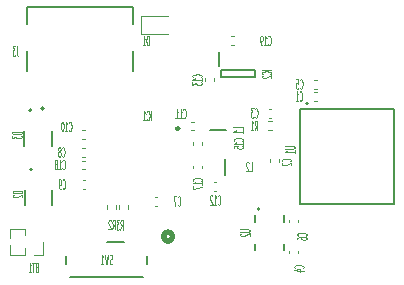
<source format=gbr>
%TF.GenerationSoftware,KiCad,Pcbnew,8.0.2-1*%
%TF.CreationDate,2024-06-13T15:22:41+09:00*%
%TF.ProjectId,eeg,6565672e-6b69-4636-9164-5f7063625858,rev?*%
%TF.SameCoordinates,Original*%
%TF.FileFunction,Legend,Bot*%
%TF.FilePolarity,Positive*%
%FSLAX46Y46*%
G04 Gerber Fmt 4.6, Leading zero omitted, Abs format (unit mm)*
G04 Created by KiCad (PCBNEW 8.0.2-1) date 2024-06-13 15:22:41*
%MOMM*%
%LPD*%
G01*
G04 APERTURE LIST*
%ADD10C,0.080000*%
%ADD11C,0.508000*%
%ADD12C,0.152400*%
%ADD13C,0.200000*%
%ADD14C,0.127000*%
%ADD15C,0.250000*%
%ADD16C,0.120000*%
%ADD17C,0.150000*%
G04 APERTURE END LIST*
D10*
X142365266Y-109727840D02*
X142315266Y-109765935D01*
X142315266Y-109765935D02*
X142231933Y-109765935D01*
X142231933Y-109765935D02*
X142198599Y-109727840D01*
X142198599Y-109727840D02*
X142181933Y-109689744D01*
X142181933Y-109689744D02*
X142165266Y-109613554D01*
X142165266Y-109613554D02*
X142165266Y-109537363D01*
X142165266Y-109537363D02*
X142181933Y-109461173D01*
X142181933Y-109461173D02*
X142198599Y-109423078D01*
X142198599Y-109423078D02*
X142231933Y-109384982D01*
X142231933Y-109384982D02*
X142298599Y-109346887D01*
X142298599Y-109346887D02*
X142331933Y-109308792D01*
X142331933Y-109308792D02*
X142348599Y-109270697D01*
X142348599Y-109270697D02*
X142365266Y-109194506D01*
X142365266Y-109194506D02*
X142365266Y-109118316D01*
X142365266Y-109118316D02*
X142348599Y-109042125D01*
X142348599Y-109042125D02*
X142331933Y-109004030D01*
X142331933Y-109004030D02*
X142298599Y-108965935D01*
X142298599Y-108965935D02*
X142215266Y-108965935D01*
X142215266Y-108965935D02*
X142165266Y-109004030D01*
X142048600Y-108965935D02*
X141965266Y-109765935D01*
X141965266Y-109765935D02*
X141898600Y-109194506D01*
X141898600Y-109194506D02*
X141831933Y-109765935D01*
X141831933Y-109765935D02*
X141748600Y-108965935D01*
X141431933Y-109765935D02*
X141631933Y-109765935D01*
X141531933Y-109765935D02*
X141531933Y-108965935D01*
X141531933Y-108965935D02*
X141565266Y-109080220D01*
X141565266Y-109080220D02*
X141598600Y-109156411D01*
X141598600Y-109156411D02*
X141631933Y-109194506D01*
X157025935Y-99773333D02*
X157673554Y-99773333D01*
X157673554Y-99773333D02*
X157749744Y-99790000D01*
X157749744Y-99790000D02*
X157787840Y-99806666D01*
X157787840Y-99806666D02*
X157825935Y-99840000D01*
X157825935Y-99840000D02*
X157825935Y-99906666D01*
X157825935Y-99906666D02*
X157787840Y-99940000D01*
X157787840Y-99940000D02*
X157749744Y-99956666D01*
X157749744Y-99956666D02*
X157673554Y-99973333D01*
X157673554Y-99973333D02*
X157025935Y-99973333D01*
X157825935Y-100323333D02*
X157825935Y-100123333D01*
X157825935Y-100223333D02*
X157025935Y-100223333D01*
X157025935Y-100223333D02*
X157140220Y-100190000D01*
X157140220Y-100190000D02*
X157216411Y-100156667D01*
X157216411Y-100156667D02*
X157254506Y-100123333D01*
X145701666Y-97585935D02*
X145701666Y-96785935D01*
X145334999Y-97509744D02*
X145351666Y-97547840D01*
X145351666Y-97547840D02*
X145401666Y-97585935D01*
X145401666Y-97585935D02*
X145434999Y-97585935D01*
X145434999Y-97585935D02*
X145484999Y-97547840D01*
X145484999Y-97547840D02*
X145518333Y-97471649D01*
X145518333Y-97471649D02*
X145534999Y-97395459D01*
X145534999Y-97395459D02*
X145551666Y-97243078D01*
X145551666Y-97243078D02*
X145551666Y-97128792D01*
X145551666Y-97128792D02*
X145534999Y-96976411D01*
X145534999Y-96976411D02*
X145518333Y-96900220D01*
X145518333Y-96900220D02*
X145484999Y-96824030D01*
X145484999Y-96824030D02*
X145434999Y-96785935D01*
X145434999Y-96785935D02*
X145401666Y-96785935D01*
X145401666Y-96785935D02*
X145351666Y-96824030D01*
X145351666Y-96824030D02*
X145334999Y-96862125D01*
X145001666Y-97585935D02*
X145201666Y-97585935D01*
X145101666Y-97585935D02*
X145101666Y-96785935D01*
X145101666Y-96785935D02*
X145134999Y-96900220D01*
X145134999Y-96900220D02*
X145168333Y-96976411D01*
X145168333Y-96976411D02*
X145201666Y-97014506D01*
X157439744Y-101051667D02*
X157477840Y-101035000D01*
X157477840Y-101035000D02*
X157515935Y-100985000D01*
X157515935Y-100985000D02*
X157515935Y-100951667D01*
X157515935Y-100951667D02*
X157477840Y-100901667D01*
X157477840Y-100901667D02*
X157401649Y-100868334D01*
X157401649Y-100868334D02*
X157325459Y-100851667D01*
X157325459Y-100851667D02*
X157173078Y-100835000D01*
X157173078Y-100835000D02*
X157058792Y-100835000D01*
X157058792Y-100835000D02*
X156906411Y-100851667D01*
X156906411Y-100851667D02*
X156830220Y-100868334D01*
X156830220Y-100868334D02*
X156754030Y-100901667D01*
X156754030Y-100901667D02*
X156715935Y-100951667D01*
X156715935Y-100951667D02*
X156715935Y-100985000D01*
X156715935Y-100985000D02*
X156754030Y-101035000D01*
X156754030Y-101035000D02*
X156792125Y-101051667D01*
X156792125Y-101185000D02*
X156754030Y-101201667D01*
X156754030Y-101201667D02*
X156715935Y-101235000D01*
X156715935Y-101235000D02*
X156715935Y-101318334D01*
X156715935Y-101318334D02*
X156754030Y-101351667D01*
X156754030Y-101351667D02*
X156792125Y-101368334D01*
X156792125Y-101368334D02*
X156868316Y-101385000D01*
X156868316Y-101385000D02*
X156944506Y-101385000D01*
X156944506Y-101385000D02*
X157058792Y-101368334D01*
X157058792Y-101368334D02*
X157515935Y-101168334D01*
X157515935Y-101168334D02*
X157515935Y-101385000D01*
X155584999Y-91129744D02*
X155601666Y-91167840D01*
X155601666Y-91167840D02*
X155651666Y-91205935D01*
X155651666Y-91205935D02*
X155684999Y-91205935D01*
X155684999Y-91205935D02*
X155734999Y-91167840D01*
X155734999Y-91167840D02*
X155768333Y-91091649D01*
X155768333Y-91091649D02*
X155784999Y-91015459D01*
X155784999Y-91015459D02*
X155801666Y-90863078D01*
X155801666Y-90863078D02*
X155801666Y-90748792D01*
X155801666Y-90748792D02*
X155784999Y-90596411D01*
X155784999Y-90596411D02*
X155768333Y-90520220D01*
X155768333Y-90520220D02*
X155734999Y-90444030D01*
X155734999Y-90444030D02*
X155684999Y-90405935D01*
X155684999Y-90405935D02*
X155651666Y-90405935D01*
X155651666Y-90405935D02*
X155601666Y-90444030D01*
X155601666Y-90444030D02*
X155584999Y-90482125D01*
X155251666Y-91205935D02*
X155451666Y-91205935D01*
X155351666Y-91205935D02*
X155351666Y-90405935D01*
X155351666Y-90405935D02*
X155384999Y-90520220D01*
X155384999Y-90520220D02*
X155418333Y-90596411D01*
X155418333Y-90596411D02*
X155451666Y-90634506D01*
X155085000Y-91205935D02*
X155018333Y-91205935D01*
X155018333Y-91205935D02*
X154985000Y-91167840D01*
X154985000Y-91167840D02*
X154968333Y-91129744D01*
X154968333Y-91129744D02*
X154935000Y-91015459D01*
X154935000Y-91015459D02*
X154918333Y-90863078D01*
X154918333Y-90863078D02*
X154918333Y-90558316D01*
X154918333Y-90558316D02*
X154935000Y-90482125D01*
X154935000Y-90482125D02*
X154951666Y-90444030D01*
X154951666Y-90444030D02*
X154985000Y-90405935D01*
X154985000Y-90405935D02*
X155051666Y-90405935D01*
X155051666Y-90405935D02*
X155085000Y-90444030D01*
X155085000Y-90444030D02*
X155101666Y-90482125D01*
X155101666Y-90482125D02*
X155118333Y-90558316D01*
X155118333Y-90558316D02*
X155118333Y-90748792D01*
X155118333Y-90748792D02*
X155101666Y-90824982D01*
X155101666Y-90824982D02*
X155085000Y-90863078D01*
X155085000Y-90863078D02*
X155051666Y-90901173D01*
X155051666Y-90901173D02*
X154985000Y-90901173D01*
X154985000Y-90901173D02*
X154951666Y-90863078D01*
X154951666Y-90863078D02*
X154935000Y-90824982D01*
X154935000Y-90824982D02*
X154918333Y-90748792D01*
X138138332Y-100589744D02*
X138154999Y-100627840D01*
X138154999Y-100627840D02*
X138204999Y-100665935D01*
X138204999Y-100665935D02*
X138238332Y-100665935D01*
X138238332Y-100665935D02*
X138288332Y-100627840D01*
X138288332Y-100627840D02*
X138321666Y-100551649D01*
X138321666Y-100551649D02*
X138338332Y-100475459D01*
X138338332Y-100475459D02*
X138354999Y-100323078D01*
X138354999Y-100323078D02*
X138354999Y-100208792D01*
X138354999Y-100208792D02*
X138338332Y-100056411D01*
X138338332Y-100056411D02*
X138321666Y-99980220D01*
X138321666Y-99980220D02*
X138288332Y-99904030D01*
X138288332Y-99904030D02*
X138238332Y-99865935D01*
X138238332Y-99865935D02*
X138204999Y-99865935D01*
X138204999Y-99865935D02*
X138154999Y-99904030D01*
X138154999Y-99904030D02*
X138138332Y-99942125D01*
X137938332Y-100208792D02*
X137971666Y-100170697D01*
X137971666Y-100170697D02*
X137988332Y-100132601D01*
X137988332Y-100132601D02*
X138004999Y-100056411D01*
X138004999Y-100056411D02*
X138004999Y-100018316D01*
X138004999Y-100018316D02*
X137988332Y-99942125D01*
X137988332Y-99942125D02*
X137971666Y-99904030D01*
X137971666Y-99904030D02*
X137938332Y-99865935D01*
X137938332Y-99865935D02*
X137871666Y-99865935D01*
X137871666Y-99865935D02*
X137838332Y-99904030D01*
X137838332Y-99904030D02*
X137821666Y-99942125D01*
X137821666Y-99942125D02*
X137804999Y-100018316D01*
X137804999Y-100018316D02*
X137804999Y-100056411D01*
X137804999Y-100056411D02*
X137821666Y-100132601D01*
X137821666Y-100132601D02*
X137838332Y-100170697D01*
X137838332Y-100170697D02*
X137871666Y-100208792D01*
X137871666Y-100208792D02*
X137938332Y-100208792D01*
X137938332Y-100208792D02*
X137971666Y-100246887D01*
X137971666Y-100246887D02*
X137988332Y-100284982D01*
X137988332Y-100284982D02*
X138004999Y-100361173D01*
X138004999Y-100361173D02*
X138004999Y-100513554D01*
X138004999Y-100513554D02*
X137988332Y-100589744D01*
X137988332Y-100589744D02*
X137971666Y-100627840D01*
X137971666Y-100627840D02*
X137938332Y-100665935D01*
X137938332Y-100665935D02*
X137871666Y-100665935D01*
X137871666Y-100665935D02*
X137838332Y-100627840D01*
X137838332Y-100627840D02*
X137821666Y-100589744D01*
X137821666Y-100589744D02*
X137804999Y-100513554D01*
X137804999Y-100513554D02*
X137804999Y-100361173D01*
X137804999Y-100361173D02*
X137821666Y-100284982D01*
X137821666Y-100284982D02*
X137838332Y-100246887D01*
X137838332Y-100246887D02*
X137871666Y-100208792D01*
X147928332Y-104729744D02*
X147944999Y-104767840D01*
X147944999Y-104767840D02*
X147994999Y-104805935D01*
X147994999Y-104805935D02*
X148028332Y-104805935D01*
X148028332Y-104805935D02*
X148078332Y-104767840D01*
X148078332Y-104767840D02*
X148111666Y-104691649D01*
X148111666Y-104691649D02*
X148128332Y-104615459D01*
X148128332Y-104615459D02*
X148144999Y-104463078D01*
X148144999Y-104463078D02*
X148144999Y-104348792D01*
X148144999Y-104348792D02*
X148128332Y-104196411D01*
X148128332Y-104196411D02*
X148111666Y-104120220D01*
X148111666Y-104120220D02*
X148078332Y-104044030D01*
X148078332Y-104044030D02*
X148028332Y-104005935D01*
X148028332Y-104005935D02*
X147994999Y-104005935D01*
X147994999Y-104005935D02*
X147944999Y-104044030D01*
X147944999Y-104044030D02*
X147928332Y-104082125D01*
X147811666Y-104005935D02*
X147578332Y-104005935D01*
X147578332Y-104005935D02*
X147728332Y-104805935D01*
X149909744Y-102695000D02*
X149947840Y-102678333D01*
X149947840Y-102678333D02*
X149985935Y-102628333D01*
X149985935Y-102628333D02*
X149985935Y-102595000D01*
X149985935Y-102595000D02*
X149947840Y-102545000D01*
X149947840Y-102545000D02*
X149871649Y-102511667D01*
X149871649Y-102511667D02*
X149795459Y-102495000D01*
X149795459Y-102495000D02*
X149643078Y-102478333D01*
X149643078Y-102478333D02*
X149528792Y-102478333D01*
X149528792Y-102478333D02*
X149376411Y-102495000D01*
X149376411Y-102495000D02*
X149300220Y-102511667D01*
X149300220Y-102511667D02*
X149224030Y-102545000D01*
X149224030Y-102545000D02*
X149185935Y-102595000D01*
X149185935Y-102595000D02*
X149185935Y-102628333D01*
X149185935Y-102628333D02*
X149224030Y-102678333D01*
X149224030Y-102678333D02*
X149262125Y-102695000D01*
X149985935Y-103028333D02*
X149985935Y-102828333D01*
X149985935Y-102928333D02*
X149185935Y-102928333D01*
X149185935Y-102928333D02*
X149300220Y-102895000D01*
X149300220Y-102895000D02*
X149376411Y-102861667D01*
X149376411Y-102861667D02*
X149414506Y-102828333D01*
X149185935Y-103145000D02*
X149185935Y-103378333D01*
X149185935Y-103378333D02*
X149985935Y-103228333D01*
X153222035Y-106825333D02*
X153869654Y-106825333D01*
X153869654Y-106825333D02*
X153945844Y-106842000D01*
X153945844Y-106842000D02*
X153983940Y-106858666D01*
X153983940Y-106858666D02*
X154022035Y-106892000D01*
X154022035Y-106892000D02*
X154022035Y-106958666D01*
X154022035Y-106958666D02*
X153983940Y-106992000D01*
X153983940Y-106992000D02*
X153945844Y-107008666D01*
X153945844Y-107008666D02*
X153869654Y-107025333D01*
X153869654Y-107025333D02*
X153222035Y-107025333D01*
X153298225Y-107175333D02*
X153260130Y-107192000D01*
X153260130Y-107192000D02*
X153222035Y-107225333D01*
X153222035Y-107225333D02*
X153222035Y-107308667D01*
X153222035Y-107308667D02*
X153260130Y-107342000D01*
X153260130Y-107342000D02*
X153298225Y-107358667D01*
X153298225Y-107358667D02*
X153374416Y-107375333D01*
X153374416Y-107375333D02*
X153450606Y-107375333D01*
X153450606Y-107375333D02*
X153564892Y-107358667D01*
X153564892Y-107358667D02*
X154022035Y-107158667D01*
X154022035Y-107158667D02*
X154022035Y-107375333D01*
X154458332Y-98415935D02*
X154574999Y-98034982D01*
X154658332Y-98415935D02*
X154658332Y-97615935D01*
X154658332Y-97615935D02*
X154524999Y-97615935D01*
X154524999Y-97615935D02*
X154491666Y-97654030D01*
X154491666Y-97654030D02*
X154474999Y-97692125D01*
X154474999Y-97692125D02*
X154458332Y-97768316D01*
X154458332Y-97768316D02*
X154458332Y-97882601D01*
X154458332Y-97882601D02*
X154474999Y-97958792D01*
X154474999Y-97958792D02*
X154491666Y-97996887D01*
X154491666Y-97996887D02*
X154524999Y-98034982D01*
X154524999Y-98034982D02*
X154658332Y-98034982D01*
X154124999Y-98415935D02*
X154324999Y-98415935D01*
X154224999Y-98415935D02*
X154224999Y-97615935D01*
X154224999Y-97615935D02*
X154258332Y-97730220D01*
X154258332Y-97730220D02*
X154291666Y-97806411D01*
X154291666Y-97806411D02*
X154324999Y-97844506D01*
X145478332Y-91235935D02*
X145478332Y-90435935D01*
X145478332Y-90435935D02*
X145394999Y-90435935D01*
X145394999Y-90435935D02*
X145344999Y-90474030D01*
X145344999Y-90474030D02*
X145311666Y-90550220D01*
X145311666Y-90550220D02*
X145294999Y-90626411D01*
X145294999Y-90626411D02*
X145278332Y-90778792D01*
X145278332Y-90778792D02*
X145278332Y-90893078D01*
X145278332Y-90893078D02*
X145294999Y-91045459D01*
X145294999Y-91045459D02*
X145311666Y-91121649D01*
X145311666Y-91121649D02*
X145344999Y-91197840D01*
X145344999Y-91197840D02*
X145394999Y-91235935D01*
X145394999Y-91235935D02*
X145478332Y-91235935D01*
X144944999Y-91235935D02*
X145144999Y-91235935D01*
X145044999Y-91235935D02*
X145044999Y-90435935D01*
X145044999Y-90435935D02*
X145078332Y-90550220D01*
X145078332Y-90550220D02*
X145111666Y-90626411D01*
X145111666Y-90626411D02*
X145144999Y-90664506D01*
X158278332Y-94819744D02*
X158294999Y-94857840D01*
X158294999Y-94857840D02*
X158344999Y-94895935D01*
X158344999Y-94895935D02*
X158378332Y-94895935D01*
X158378332Y-94895935D02*
X158428332Y-94857840D01*
X158428332Y-94857840D02*
X158461666Y-94781649D01*
X158461666Y-94781649D02*
X158478332Y-94705459D01*
X158478332Y-94705459D02*
X158494999Y-94553078D01*
X158494999Y-94553078D02*
X158494999Y-94438792D01*
X158494999Y-94438792D02*
X158478332Y-94286411D01*
X158478332Y-94286411D02*
X158461666Y-94210220D01*
X158461666Y-94210220D02*
X158428332Y-94134030D01*
X158428332Y-94134030D02*
X158378332Y-94095935D01*
X158378332Y-94095935D02*
X158344999Y-94095935D01*
X158344999Y-94095935D02*
X158294999Y-94134030D01*
X158294999Y-94134030D02*
X158278332Y-94172125D01*
X157961666Y-94095935D02*
X158128332Y-94095935D01*
X158128332Y-94095935D02*
X158144999Y-94476887D01*
X158144999Y-94476887D02*
X158128332Y-94438792D01*
X158128332Y-94438792D02*
X158094999Y-94400697D01*
X158094999Y-94400697D02*
X158011666Y-94400697D01*
X158011666Y-94400697D02*
X157978332Y-94438792D01*
X157978332Y-94438792D02*
X157961666Y-94476887D01*
X157961666Y-94476887D02*
X157944999Y-94553078D01*
X157944999Y-94553078D02*
X157944999Y-94743554D01*
X157944999Y-94743554D02*
X157961666Y-94819744D01*
X157961666Y-94819744D02*
X157978332Y-94857840D01*
X157978332Y-94857840D02*
X158011666Y-94895935D01*
X158011666Y-94895935D02*
X158094999Y-94895935D01*
X158094999Y-94895935D02*
X158128332Y-94857840D01*
X158128332Y-94857840D02*
X158144999Y-94819744D01*
X148394999Y-97349744D02*
X148411666Y-97387840D01*
X148411666Y-97387840D02*
X148461666Y-97425935D01*
X148461666Y-97425935D02*
X148494999Y-97425935D01*
X148494999Y-97425935D02*
X148544999Y-97387840D01*
X148544999Y-97387840D02*
X148578333Y-97311649D01*
X148578333Y-97311649D02*
X148594999Y-97235459D01*
X148594999Y-97235459D02*
X148611666Y-97083078D01*
X148611666Y-97083078D02*
X148611666Y-96968792D01*
X148611666Y-96968792D02*
X148594999Y-96816411D01*
X148594999Y-96816411D02*
X148578333Y-96740220D01*
X148578333Y-96740220D02*
X148544999Y-96664030D01*
X148544999Y-96664030D02*
X148494999Y-96625935D01*
X148494999Y-96625935D02*
X148461666Y-96625935D01*
X148461666Y-96625935D02*
X148411666Y-96664030D01*
X148411666Y-96664030D02*
X148394999Y-96702125D01*
X148061666Y-97425935D02*
X148261666Y-97425935D01*
X148161666Y-97425935D02*
X148161666Y-96625935D01*
X148161666Y-96625935D02*
X148194999Y-96740220D01*
X148194999Y-96740220D02*
X148228333Y-96816411D01*
X148228333Y-96816411D02*
X148261666Y-96854506D01*
X147728333Y-97425935D02*
X147928333Y-97425935D01*
X147828333Y-97425935D02*
X147828333Y-96625935D01*
X147828333Y-96625935D02*
X147861666Y-96740220D01*
X147861666Y-96740220D02*
X147895000Y-96816411D01*
X147895000Y-96816411D02*
X147928333Y-96854506D01*
X138724999Y-98419744D02*
X138741666Y-98457840D01*
X138741666Y-98457840D02*
X138791666Y-98495935D01*
X138791666Y-98495935D02*
X138824999Y-98495935D01*
X138824999Y-98495935D02*
X138874999Y-98457840D01*
X138874999Y-98457840D02*
X138908333Y-98381649D01*
X138908333Y-98381649D02*
X138924999Y-98305459D01*
X138924999Y-98305459D02*
X138941666Y-98153078D01*
X138941666Y-98153078D02*
X138941666Y-98038792D01*
X138941666Y-98038792D02*
X138924999Y-97886411D01*
X138924999Y-97886411D02*
X138908333Y-97810220D01*
X138908333Y-97810220D02*
X138874999Y-97734030D01*
X138874999Y-97734030D02*
X138824999Y-97695935D01*
X138824999Y-97695935D02*
X138791666Y-97695935D01*
X138791666Y-97695935D02*
X138741666Y-97734030D01*
X138741666Y-97734030D02*
X138724999Y-97772125D01*
X138391666Y-98495935D02*
X138591666Y-98495935D01*
X138491666Y-98495935D02*
X138491666Y-97695935D01*
X138491666Y-97695935D02*
X138524999Y-97810220D01*
X138524999Y-97810220D02*
X138558333Y-97886411D01*
X138558333Y-97886411D02*
X138591666Y-97924506D01*
X138175000Y-97695935D02*
X138141666Y-97695935D01*
X138141666Y-97695935D02*
X138108333Y-97734030D01*
X138108333Y-97734030D02*
X138091666Y-97772125D01*
X138091666Y-97772125D02*
X138075000Y-97848316D01*
X138075000Y-97848316D02*
X138058333Y-98000697D01*
X138058333Y-98000697D02*
X138058333Y-98191173D01*
X138058333Y-98191173D02*
X138075000Y-98343554D01*
X138075000Y-98343554D02*
X138091666Y-98419744D01*
X138091666Y-98419744D02*
X138108333Y-98457840D01*
X138108333Y-98457840D02*
X138141666Y-98495935D01*
X138141666Y-98495935D02*
X138175000Y-98495935D01*
X138175000Y-98495935D02*
X138208333Y-98457840D01*
X138208333Y-98457840D02*
X138225000Y-98419744D01*
X138225000Y-98419744D02*
X138241666Y-98343554D01*
X138241666Y-98343554D02*
X138258333Y-98191173D01*
X138258333Y-98191173D02*
X138258333Y-98000697D01*
X138258333Y-98000697D02*
X138241666Y-97848316D01*
X138241666Y-97848316D02*
X138225000Y-97772125D01*
X138225000Y-97772125D02*
X138208333Y-97734030D01*
X138208333Y-97734030D02*
X138175000Y-97695935D01*
X158499744Y-110071667D02*
X158537840Y-110055000D01*
X158537840Y-110055000D02*
X158575935Y-110005000D01*
X158575935Y-110005000D02*
X158575935Y-109971667D01*
X158575935Y-109971667D02*
X158537840Y-109921667D01*
X158537840Y-109921667D02*
X158461649Y-109888334D01*
X158461649Y-109888334D02*
X158385459Y-109871667D01*
X158385459Y-109871667D02*
X158233078Y-109855000D01*
X158233078Y-109855000D02*
X158118792Y-109855000D01*
X158118792Y-109855000D02*
X157966411Y-109871667D01*
X157966411Y-109871667D02*
X157890220Y-109888334D01*
X157890220Y-109888334D02*
X157814030Y-109921667D01*
X157814030Y-109921667D02*
X157775935Y-109971667D01*
X157775935Y-109971667D02*
X157775935Y-110005000D01*
X157775935Y-110005000D02*
X157814030Y-110055000D01*
X157814030Y-110055000D02*
X157852125Y-110071667D01*
X158042601Y-110371667D02*
X158575935Y-110371667D01*
X157737840Y-110288334D02*
X158309268Y-110205000D01*
X158309268Y-110205000D02*
X158309268Y-110421667D01*
X134711135Y-98565667D02*
X133911135Y-98565667D01*
X133911135Y-98565667D02*
X133911135Y-98649000D01*
X133911135Y-98649000D02*
X133949230Y-98699000D01*
X133949230Y-98699000D02*
X134025420Y-98732334D01*
X134025420Y-98732334D02*
X134101611Y-98749000D01*
X134101611Y-98749000D02*
X134253992Y-98765667D01*
X134253992Y-98765667D02*
X134368278Y-98765667D01*
X134368278Y-98765667D02*
X134520659Y-98749000D01*
X134520659Y-98749000D02*
X134596849Y-98732334D01*
X134596849Y-98732334D02*
X134673040Y-98699000D01*
X134673040Y-98699000D02*
X134711135Y-98649000D01*
X134711135Y-98649000D02*
X134711135Y-98565667D01*
X133911135Y-98882334D02*
X133911135Y-99099000D01*
X133911135Y-99099000D02*
X134215897Y-98982334D01*
X134215897Y-98982334D02*
X134215897Y-99032334D01*
X134215897Y-99032334D02*
X134253992Y-99065667D01*
X134253992Y-99065667D02*
X134292087Y-99082334D01*
X134292087Y-99082334D02*
X134368278Y-99099000D01*
X134368278Y-99099000D02*
X134558754Y-99099000D01*
X134558754Y-99099000D02*
X134634944Y-99082334D01*
X134634944Y-99082334D02*
X134673040Y-99065667D01*
X134673040Y-99065667D02*
X134711135Y-99032334D01*
X134711135Y-99032334D02*
X134711135Y-98932334D01*
X134711135Y-98932334D02*
X134673040Y-98899000D01*
X134673040Y-98899000D02*
X134634944Y-98882334D01*
X142388332Y-106825935D02*
X142504999Y-106444982D01*
X142588332Y-106825935D02*
X142588332Y-106025935D01*
X142588332Y-106025935D02*
X142454999Y-106025935D01*
X142454999Y-106025935D02*
X142421666Y-106064030D01*
X142421666Y-106064030D02*
X142404999Y-106102125D01*
X142404999Y-106102125D02*
X142388332Y-106178316D01*
X142388332Y-106178316D02*
X142388332Y-106292601D01*
X142388332Y-106292601D02*
X142404999Y-106368792D01*
X142404999Y-106368792D02*
X142421666Y-106406887D01*
X142421666Y-106406887D02*
X142454999Y-106444982D01*
X142454999Y-106444982D02*
X142588332Y-106444982D01*
X142254999Y-106102125D02*
X142238332Y-106064030D01*
X142238332Y-106064030D02*
X142204999Y-106025935D01*
X142204999Y-106025935D02*
X142121666Y-106025935D01*
X142121666Y-106025935D02*
X142088332Y-106064030D01*
X142088332Y-106064030D02*
X142071666Y-106102125D01*
X142071666Y-106102125D02*
X142054999Y-106178316D01*
X142054999Y-106178316D02*
X142054999Y-106254506D01*
X142054999Y-106254506D02*
X142071666Y-106368792D01*
X142071666Y-106368792D02*
X142271666Y-106825935D01*
X142271666Y-106825935D02*
X142054999Y-106825935D01*
X153379744Y-99315000D02*
X153417840Y-99298333D01*
X153417840Y-99298333D02*
X153455935Y-99248333D01*
X153455935Y-99248333D02*
X153455935Y-99215000D01*
X153455935Y-99215000D02*
X153417840Y-99165000D01*
X153417840Y-99165000D02*
X153341649Y-99131667D01*
X153341649Y-99131667D02*
X153265459Y-99115000D01*
X153265459Y-99115000D02*
X153113078Y-99098333D01*
X153113078Y-99098333D02*
X152998792Y-99098333D01*
X152998792Y-99098333D02*
X152846411Y-99115000D01*
X152846411Y-99115000D02*
X152770220Y-99131667D01*
X152770220Y-99131667D02*
X152694030Y-99165000D01*
X152694030Y-99165000D02*
X152655935Y-99215000D01*
X152655935Y-99215000D02*
X152655935Y-99248333D01*
X152655935Y-99248333D02*
X152694030Y-99298333D01*
X152694030Y-99298333D02*
X152732125Y-99315000D01*
X153455935Y-99648333D02*
X153455935Y-99448333D01*
X153455935Y-99548333D02*
X152655935Y-99548333D01*
X152655935Y-99548333D02*
X152770220Y-99515000D01*
X152770220Y-99515000D02*
X152846411Y-99481667D01*
X152846411Y-99481667D02*
X152884506Y-99448333D01*
X152655935Y-99965000D02*
X152655935Y-99798333D01*
X152655935Y-99798333D02*
X153036887Y-99781666D01*
X153036887Y-99781666D02*
X152998792Y-99798333D01*
X152998792Y-99798333D02*
X152960697Y-99831666D01*
X152960697Y-99831666D02*
X152960697Y-99915000D01*
X152960697Y-99915000D02*
X152998792Y-99948333D01*
X152998792Y-99948333D02*
X153036887Y-99965000D01*
X153036887Y-99965000D02*
X153113078Y-99981666D01*
X153113078Y-99981666D02*
X153303554Y-99981666D01*
X153303554Y-99981666D02*
X153379744Y-99965000D01*
X153379744Y-99965000D02*
X153417840Y-99948333D01*
X153417840Y-99948333D02*
X153455935Y-99915000D01*
X153455935Y-99915000D02*
X153455935Y-99831666D01*
X153455935Y-99831666D02*
X153417840Y-99798333D01*
X153417840Y-99798333D02*
X153379744Y-99781666D01*
X154028333Y-101895935D02*
X154194999Y-101895935D01*
X154194999Y-101895935D02*
X154194999Y-101095935D01*
X153928333Y-101172125D02*
X153911666Y-101134030D01*
X153911666Y-101134030D02*
X153878333Y-101095935D01*
X153878333Y-101095935D02*
X153795000Y-101095935D01*
X153795000Y-101095935D02*
X153761666Y-101134030D01*
X153761666Y-101134030D02*
X153745000Y-101172125D01*
X153745000Y-101172125D02*
X153728333Y-101248316D01*
X153728333Y-101248316D02*
X153728333Y-101324506D01*
X153728333Y-101324506D02*
X153745000Y-101438792D01*
X153745000Y-101438792D02*
X153945000Y-101895935D01*
X153945000Y-101895935D02*
X153728333Y-101895935D01*
X138164999Y-101639744D02*
X138181666Y-101677840D01*
X138181666Y-101677840D02*
X138231666Y-101715935D01*
X138231666Y-101715935D02*
X138264999Y-101715935D01*
X138264999Y-101715935D02*
X138314999Y-101677840D01*
X138314999Y-101677840D02*
X138348333Y-101601649D01*
X138348333Y-101601649D02*
X138364999Y-101525459D01*
X138364999Y-101525459D02*
X138381666Y-101373078D01*
X138381666Y-101373078D02*
X138381666Y-101258792D01*
X138381666Y-101258792D02*
X138364999Y-101106411D01*
X138364999Y-101106411D02*
X138348333Y-101030220D01*
X138348333Y-101030220D02*
X138314999Y-100954030D01*
X138314999Y-100954030D02*
X138264999Y-100915935D01*
X138264999Y-100915935D02*
X138231666Y-100915935D01*
X138231666Y-100915935D02*
X138181666Y-100954030D01*
X138181666Y-100954030D02*
X138164999Y-100992125D01*
X137831666Y-101715935D02*
X138031666Y-101715935D01*
X137931666Y-101715935D02*
X137931666Y-100915935D01*
X137931666Y-100915935D02*
X137964999Y-101030220D01*
X137964999Y-101030220D02*
X137998333Y-101106411D01*
X137998333Y-101106411D02*
X138031666Y-101144506D01*
X137631666Y-101258792D02*
X137665000Y-101220697D01*
X137665000Y-101220697D02*
X137681666Y-101182601D01*
X137681666Y-101182601D02*
X137698333Y-101106411D01*
X137698333Y-101106411D02*
X137698333Y-101068316D01*
X137698333Y-101068316D02*
X137681666Y-100992125D01*
X137681666Y-100992125D02*
X137665000Y-100954030D01*
X137665000Y-100954030D02*
X137631666Y-100915935D01*
X137631666Y-100915935D02*
X137565000Y-100915935D01*
X137565000Y-100915935D02*
X137531666Y-100954030D01*
X137531666Y-100954030D02*
X137515000Y-100992125D01*
X137515000Y-100992125D02*
X137498333Y-101068316D01*
X137498333Y-101068316D02*
X137498333Y-101106411D01*
X137498333Y-101106411D02*
X137515000Y-101182601D01*
X137515000Y-101182601D02*
X137531666Y-101220697D01*
X137531666Y-101220697D02*
X137565000Y-101258792D01*
X137565000Y-101258792D02*
X137631666Y-101258792D01*
X137631666Y-101258792D02*
X137665000Y-101296887D01*
X137665000Y-101296887D02*
X137681666Y-101334982D01*
X137681666Y-101334982D02*
X137698333Y-101411173D01*
X137698333Y-101411173D02*
X137698333Y-101563554D01*
X137698333Y-101563554D02*
X137681666Y-101639744D01*
X137681666Y-101639744D02*
X137665000Y-101677840D01*
X137665000Y-101677840D02*
X137631666Y-101715935D01*
X137631666Y-101715935D02*
X137565000Y-101715935D01*
X137565000Y-101715935D02*
X137531666Y-101677840D01*
X137531666Y-101677840D02*
X137515000Y-101639744D01*
X137515000Y-101639744D02*
X137498333Y-101563554D01*
X137498333Y-101563554D02*
X137498333Y-101411173D01*
X137498333Y-101411173D02*
X137515000Y-101334982D01*
X137515000Y-101334982D02*
X137531666Y-101296887D01*
X137531666Y-101296887D02*
X137565000Y-101258792D01*
X135995000Y-110026887D02*
X135945000Y-110064982D01*
X135945000Y-110064982D02*
X135928333Y-110103078D01*
X135928333Y-110103078D02*
X135911666Y-110179268D01*
X135911666Y-110179268D02*
X135911666Y-110293554D01*
X135911666Y-110293554D02*
X135928333Y-110369744D01*
X135928333Y-110369744D02*
X135945000Y-110407840D01*
X135945000Y-110407840D02*
X135978333Y-110445935D01*
X135978333Y-110445935D02*
X136111666Y-110445935D01*
X136111666Y-110445935D02*
X136111666Y-109645935D01*
X136111666Y-109645935D02*
X135995000Y-109645935D01*
X135995000Y-109645935D02*
X135961666Y-109684030D01*
X135961666Y-109684030D02*
X135945000Y-109722125D01*
X135945000Y-109722125D02*
X135928333Y-109798316D01*
X135928333Y-109798316D02*
X135928333Y-109874506D01*
X135928333Y-109874506D02*
X135945000Y-109950697D01*
X135945000Y-109950697D02*
X135961666Y-109988792D01*
X135961666Y-109988792D02*
X135995000Y-110026887D01*
X135995000Y-110026887D02*
X136111666Y-110026887D01*
X135811666Y-109645935D02*
X135611666Y-109645935D01*
X135711666Y-110445935D02*
X135711666Y-109645935D01*
X135311666Y-110445935D02*
X135511666Y-110445935D01*
X135411666Y-110445935D02*
X135411666Y-109645935D01*
X135411666Y-109645935D02*
X135444999Y-109760220D01*
X135444999Y-109760220D02*
X135478333Y-109836411D01*
X135478333Y-109836411D02*
X135511666Y-109874506D01*
X155835935Y-93288333D02*
X155035935Y-93288333D01*
X155759744Y-93655000D02*
X155797840Y-93638333D01*
X155797840Y-93638333D02*
X155835935Y-93588333D01*
X155835935Y-93588333D02*
X155835935Y-93555000D01*
X155835935Y-93555000D02*
X155797840Y-93505000D01*
X155797840Y-93505000D02*
X155721649Y-93471667D01*
X155721649Y-93471667D02*
X155645459Y-93455000D01*
X155645459Y-93455000D02*
X155493078Y-93438333D01*
X155493078Y-93438333D02*
X155378792Y-93438333D01*
X155378792Y-93438333D02*
X155226411Y-93455000D01*
X155226411Y-93455000D02*
X155150220Y-93471667D01*
X155150220Y-93471667D02*
X155074030Y-93505000D01*
X155074030Y-93505000D02*
X155035935Y-93555000D01*
X155035935Y-93555000D02*
X155035935Y-93588333D01*
X155035935Y-93588333D02*
X155074030Y-93638333D01*
X155074030Y-93638333D02*
X155112125Y-93655000D01*
X155112125Y-93788333D02*
X155074030Y-93805000D01*
X155074030Y-93805000D02*
X155035935Y-93838333D01*
X155035935Y-93838333D02*
X155035935Y-93921667D01*
X155035935Y-93921667D02*
X155074030Y-93955000D01*
X155074030Y-93955000D02*
X155112125Y-93971667D01*
X155112125Y-93971667D02*
X155188316Y-93988333D01*
X155188316Y-93988333D02*
X155264506Y-93988333D01*
X155264506Y-93988333D02*
X155378792Y-93971667D01*
X155378792Y-93971667D02*
X155835935Y-93771667D01*
X155835935Y-93771667D02*
X155835935Y-93988333D01*
X134761135Y-103565667D02*
X133961135Y-103565667D01*
X133961135Y-103565667D02*
X133961135Y-103649000D01*
X133961135Y-103649000D02*
X133999230Y-103699000D01*
X133999230Y-103699000D02*
X134075420Y-103732334D01*
X134075420Y-103732334D02*
X134151611Y-103749000D01*
X134151611Y-103749000D02*
X134303992Y-103765667D01*
X134303992Y-103765667D02*
X134418278Y-103765667D01*
X134418278Y-103765667D02*
X134570659Y-103749000D01*
X134570659Y-103749000D02*
X134646849Y-103732334D01*
X134646849Y-103732334D02*
X134723040Y-103699000D01*
X134723040Y-103699000D02*
X134761135Y-103649000D01*
X134761135Y-103649000D02*
X134761135Y-103565667D01*
X134037325Y-103899000D02*
X133999230Y-103915667D01*
X133999230Y-103915667D02*
X133961135Y-103949000D01*
X133961135Y-103949000D02*
X133961135Y-104032334D01*
X133961135Y-104032334D02*
X133999230Y-104065667D01*
X133999230Y-104065667D02*
X134037325Y-104082334D01*
X134037325Y-104082334D02*
X134113516Y-104099000D01*
X134113516Y-104099000D02*
X134189706Y-104099000D01*
X134189706Y-104099000D02*
X134303992Y-104082334D01*
X134303992Y-104082334D02*
X134761135Y-103882334D01*
X134761135Y-103882334D02*
X134761135Y-104099000D01*
X153445935Y-98331667D02*
X153445935Y-98165000D01*
X153445935Y-98165000D02*
X152645935Y-98165000D01*
X153445935Y-98631666D02*
X153445935Y-98431666D01*
X153445935Y-98531666D02*
X152645935Y-98531666D01*
X152645935Y-98531666D02*
X152760220Y-98498333D01*
X152760220Y-98498333D02*
X152836411Y-98465000D01*
X152836411Y-98465000D02*
X152874506Y-98431666D01*
X143078332Y-106835935D02*
X143194999Y-106454982D01*
X143278332Y-106835935D02*
X143278332Y-106035935D01*
X143278332Y-106035935D02*
X143144999Y-106035935D01*
X143144999Y-106035935D02*
X143111666Y-106074030D01*
X143111666Y-106074030D02*
X143094999Y-106112125D01*
X143094999Y-106112125D02*
X143078332Y-106188316D01*
X143078332Y-106188316D02*
X143078332Y-106302601D01*
X143078332Y-106302601D02*
X143094999Y-106378792D01*
X143094999Y-106378792D02*
X143111666Y-106416887D01*
X143111666Y-106416887D02*
X143144999Y-106454982D01*
X143144999Y-106454982D02*
X143278332Y-106454982D01*
X142961666Y-106035935D02*
X142744999Y-106035935D01*
X142744999Y-106035935D02*
X142861666Y-106340697D01*
X142861666Y-106340697D02*
X142811666Y-106340697D01*
X142811666Y-106340697D02*
X142778332Y-106378792D01*
X142778332Y-106378792D02*
X142761666Y-106416887D01*
X142761666Y-106416887D02*
X142744999Y-106493078D01*
X142744999Y-106493078D02*
X142744999Y-106683554D01*
X142744999Y-106683554D02*
X142761666Y-106759744D01*
X142761666Y-106759744D02*
X142778332Y-106797840D01*
X142778332Y-106797840D02*
X142811666Y-106835935D01*
X142811666Y-106835935D02*
X142911666Y-106835935D01*
X142911666Y-106835935D02*
X142944999Y-106797840D01*
X142944999Y-106797840D02*
X142961666Y-106759744D01*
X134296666Y-91318435D02*
X134296666Y-91889863D01*
X134296666Y-91889863D02*
X134313333Y-92004149D01*
X134313333Y-92004149D02*
X134346666Y-92080340D01*
X134346666Y-92080340D02*
X134396666Y-92118435D01*
X134396666Y-92118435D02*
X134430000Y-92118435D01*
X134163333Y-91318435D02*
X133946666Y-91318435D01*
X133946666Y-91318435D02*
X134063333Y-91623197D01*
X134063333Y-91623197D02*
X134013333Y-91623197D01*
X134013333Y-91623197D02*
X133979999Y-91661292D01*
X133979999Y-91661292D02*
X133963333Y-91699387D01*
X133963333Y-91699387D02*
X133946666Y-91775578D01*
X133946666Y-91775578D02*
X133946666Y-91966054D01*
X133946666Y-91966054D02*
X133963333Y-92042244D01*
X133963333Y-92042244D02*
X133979999Y-92080340D01*
X133979999Y-92080340D02*
X134013333Y-92118435D01*
X134013333Y-92118435D02*
X134113333Y-92118435D01*
X134113333Y-92118435D02*
X134146666Y-92080340D01*
X134146666Y-92080340D02*
X134163333Y-92042244D01*
X149899744Y-93905000D02*
X149937840Y-93888333D01*
X149937840Y-93888333D02*
X149975935Y-93838333D01*
X149975935Y-93838333D02*
X149975935Y-93805000D01*
X149975935Y-93805000D02*
X149937840Y-93755000D01*
X149937840Y-93755000D02*
X149861649Y-93721667D01*
X149861649Y-93721667D02*
X149785459Y-93705000D01*
X149785459Y-93705000D02*
X149633078Y-93688333D01*
X149633078Y-93688333D02*
X149518792Y-93688333D01*
X149518792Y-93688333D02*
X149366411Y-93705000D01*
X149366411Y-93705000D02*
X149290220Y-93721667D01*
X149290220Y-93721667D02*
X149214030Y-93755000D01*
X149214030Y-93755000D02*
X149175935Y-93805000D01*
X149175935Y-93805000D02*
X149175935Y-93838333D01*
X149175935Y-93838333D02*
X149214030Y-93888333D01*
X149214030Y-93888333D02*
X149252125Y-93905000D01*
X149975935Y-94238333D02*
X149975935Y-94038333D01*
X149975935Y-94138333D02*
X149175935Y-94138333D01*
X149175935Y-94138333D02*
X149290220Y-94105000D01*
X149290220Y-94105000D02*
X149366411Y-94071667D01*
X149366411Y-94071667D02*
X149404506Y-94038333D01*
X149175935Y-94355000D02*
X149175935Y-94571666D01*
X149175935Y-94571666D02*
X149480697Y-94455000D01*
X149480697Y-94455000D02*
X149480697Y-94505000D01*
X149480697Y-94505000D02*
X149518792Y-94538333D01*
X149518792Y-94538333D02*
X149556887Y-94555000D01*
X149556887Y-94555000D02*
X149633078Y-94571666D01*
X149633078Y-94571666D02*
X149823554Y-94571666D01*
X149823554Y-94571666D02*
X149899744Y-94555000D01*
X149899744Y-94555000D02*
X149937840Y-94538333D01*
X149937840Y-94538333D02*
X149975935Y-94505000D01*
X149975935Y-94505000D02*
X149975935Y-94405000D01*
X149975935Y-94405000D02*
X149937840Y-94371666D01*
X149937840Y-94371666D02*
X149899744Y-94355000D01*
X154468332Y-97279744D02*
X154484999Y-97317840D01*
X154484999Y-97317840D02*
X154534999Y-97355935D01*
X154534999Y-97355935D02*
X154568332Y-97355935D01*
X154568332Y-97355935D02*
X154618332Y-97317840D01*
X154618332Y-97317840D02*
X154651666Y-97241649D01*
X154651666Y-97241649D02*
X154668332Y-97165459D01*
X154668332Y-97165459D02*
X154684999Y-97013078D01*
X154684999Y-97013078D02*
X154684999Y-96898792D01*
X154684999Y-96898792D02*
X154668332Y-96746411D01*
X154668332Y-96746411D02*
X154651666Y-96670220D01*
X154651666Y-96670220D02*
X154618332Y-96594030D01*
X154618332Y-96594030D02*
X154568332Y-96555935D01*
X154568332Y-96555935D02*
X154534999Y-96555935D01*
X154534999Y-96555935D02*
X154484999Y-96594030D01*
X154484999Y-96594030D02*
X154468332Y-96632125D01*
X154351666Y-96555935D02*
X154134999Y-96555935D01*
X154134999Y-96555935D02*
X154251666Y-96860697D01*
X154251666Y-96860697D02*
X154201666Y-96860697D01*
X154201666Y-96860697D02*
X154168332Y-96898792D01*
X154168332Y-96898792D02*
X154151666Y-96936887D01*
X154151666Y-96936887D02*
X154134999Y-97013078D01*
X154134999Y-97013078D02*
X154134999Y-97203554D01*
X154134999Y-97203554D02*
X154151666Y-97279744D01*
X154151666Y-97279744D02*
X154168332Y-97317840D01*
X154168332Y-97317840D02*
X154201666Y-97355935D01*
X154201666Y-97355935D02*
X154301666Y-97355935D01*
X154301666Y-97355935D02*
X154334999Y-97317840D01*
X154334999Y-97317840D02*
X154351666Y-97279744D01*
X158248332Y-95859744D02*
X158264999Y-95897840D01*
X158264999Y-95897840D02*
X158314999Y-95935935D01*
X158314999Y-95935935D02*
X158348332Y-95935935D01*
X158348332Y-95935935D02*
X158398332Y-95897840D01*
X158398332Y-95897840D02*
X158431666Y-95821649D01*
X158431666Y-95821649D02*
X158448332Y-95745459D01*
X158448332Y-95745459D02*
X158464999Y-95593078D01*
X158464999Y-95593078D02*
X158464999Y-95478792D01*
X158464999Y-95478792D02*
X158448332Y-95326411D01*
X158448332Y-95326411D02*
X158431666Y-95250220D01*
X158431666Y-95250220D02*
X158398332Y-95174030D01*
X158398332Y-95174030D02*
X158348332Y-95135935D01*
X158348332Y-95135935D02*
X158314999Y-95135935D01*
X158314999Y-95135935D02*
X158264999Y-95174030D01*
X158264999Y-95174030D02*
X158248332Y-95212125D01*
X157914999Y-95935935D02*
X158114999Y-95935935D01*
X158014999Y-95935935D02*
X158014999Y-95135935D01*
X158014999Y-95135935D02*
X158048332Y-95250220D01*
X158048332Y-95250220D02*
X158081666Y-95326411D01*
X158081666Y-95326411D02*
X158114999Y-95364506D01*
X158759744Y-107341667D02*
X158797840Y-107325000D01*
X158797840Y-107325000D02*
X158835935Y-107275000D01*
X158835935Y-107275000D02*
X158835935Y-107241667D01*
X158835935Y-107241667D02*
X158797840Y-107191667D01*
X158797840Y-107191667D02*
X158721649Y-107158334D01*
X158721649Y-107158334D02*
X158645459Y-107141667D01*
X158645459Y-107141667D02*
X158493078Y-107125000D01*
X158493078Y-107125000D02*
X158378792Y-107125000D01*
X158378792Y-107125000D02*
X158226411Y-107141667D01*
X158226411Y-107141667D02*
X158150220Y-107158334D01*
X158150220Y-107158334D02*
X158074030Y-107191667D01*
X158074030Y-107191667D02*
X158035935Y-107241667D01*
X158035935Y-107241667D02*
X158035935Y-107275000D01*
X158035935Y-107275000D02*
X158074030Y-107325000D01*
X158074030Y-107325000D02*
X158112125Y-107341667D01*
X158035935Y-107641667D02*
X158035935Y-107575000D01*
X158035935Y-107575000D02*
X158074030Y-107541667D01*
X158074030Y-107541667D02*
X158112125Y-107525000D01*
X158112125Y-107525000D02*
X158226411Y-107491667D01*
X158226411Y-107491667D02*
X158378792Y-107475000D01*
X158378792Y-107475000D02*
X158683554Y-107475000D01*
X158683554Y-107475000D02*
X158759744Y-107491667D01*
X158759744Y-107491667D02*
X158797840Y-107508334D01*
X158797840Y-107508334D02*
X158835935Y-107541667D01*
X158835935Y-107541667D02*
X158835935Y-107608334D01*
X158835935Y-107608334D02*
X158797840Y-107641667D01*
X158797840Y-107641667D02*
X158759744Y-107658334D01*
X158759744Y-107658334D02*
X158683554Y-107675000D01*
X158683554Y-107675000D02*
X158493078Y-107675000D01*
X158493078Y-107675000D02*
X158416887Y-107658334D01*
X158416887Y-107658334D02*
X158378792Y-107641667D01*
X158378792Y-107641667D02*
X158340697Y-107608334D01*
X158340697Y-107608334D02*
X158340697Y-107541667D01*
X158340697Y-107541667D02*
X158378792Y-107508334D01*
X158378792Y-107508334D02*
X158416887Y-107491667D01*
X158416887Y-107491667D02*
X158493078Y-107475000D01*
X151324999Y-104649744D02*
X151341666Y-104687840D01*
X151341666Y-104687840D02*
X151391666Y-104725935D01*
X151391666Y-104725935D02*
X151424999Y-104725935D01*
X151424999Y-104725935D02*
X151474999Y-104687840D01*
X151474999Y-104687840D02*
X151508333Y-104611649D01*
X151508333Y-104611649D02*
X151524999Y-104535459D01*
X151524999Y-104535459D02*
X151541666Y-104383078D01*
X151541666Y-104383078D02*
X151541666Y-104268792D01*
X151541666Y-104268792D02*
X151524999Y-104116411D01*
X151524999Y-104116411D02*
X151508333Y-104040220D01*
X151508333Y-104040220D02*
X151474999Y-103964030D01*
X151474999Y-103964030D02*
X151424999Y-103925935D01*
X151424999Y-103925935D02*
X151391666Y-103925935D01*
X151391666Y-103925935D02*
X151341666Y-103964030D01*
X151341666Y-103964030D02*
X151324999Y-104002125D01*
X150991666Y-104725935D02*
X151191666Y-104725935D01*
X151091666Y-104725935D02*
X151091666Y-103925935D01*
X151091666Y-103925935D02*
X151124999Y-104040220D01*
X151124999Y-104040220D02*
X151158333Y-104116411D01*
X151158333Y-104116411D02*
X151191666Y-104154506D01*
X150858333Y-104002125D02*
X150841666Y-103964030D01*
X150841666Y-103964030D02*
X150808333Y-103925935D01*
X150808333Y-103925935D02*
X150725000Y-103925935D01*
X150725000Y-103925935D02*
X150691666Y-103964030D01*
X150691666Y-103964030D02*
X150675000Y-104002125D01*
X150675000Y-104002125D02*
X150658333Y-104078316D01*
X150658333Y-104078316D02*
X150658333Y-104154506D01*
X150658333Y-104154506D02*
X150675000Y-104268792D01*
X150675000Y-104268792D02*
X150875000Y-104725935D01*
X150875000Y-104725935D02*
X150658333Y-104725935D01*
X138178332Y-103309744D02*
X138194999Y-103347840D01*
X138194999Y-103347840D02*
X138244999Y-103385935D01*
X138244999Y-103385935D02*
X138278332Y-103385935D01*
X138278332Y-103385935D02*
X138328332Y-103347840D01*
X138328332Y-103347840D02*
X138361666Y-103271649D01*
X138361666Y-103271649D02*
X138378332Y-103195459D01*
X138378332Y-103195459D02*
X138394999Y-103043078D01*
X138394999Y-103043078D02*
X138394999Y-102928792D01*
X138394999Y-102928792D02*
X138378332Y-102776411D01*
X138378332Y-102776411D02*
X138361666Y-102700220D01*
X138361666Y-102700220D02*
X138328332Y-102624030D01*
X138328332Y-102624030D02*
X138278332Y-102585935D01*
X138278332Y-102585935D02*
X138244999Y-102585935D01*
X138244999Y-102585935D02*
X138194999Y-102624030D01*
X138194999Y-102624030D02*
X138178332Y-102662125D01*
X138011666Y-103385935D02*
X137944999Y-103385935D01*
X137944999Y-103385935D02*
X137911666Y-103347840D01*
X137911666Y-103347840D02*
X137894999Y-103309744D01*
X137894999Y-103309744D02*
X137861666Y-103195459D01*
X137861666Y-103195459D02*
X137844999Y-103043078D01*
X137844999Y-103043078D02*
X137844999Y-102738316D01*
X137844999Y-102738316D02*
X137861666Y-102662125D01*
X137861666Y-102662125D02*
X137878332Y-102624030D01*
X137878332Y-102624030D02*
X137911666Y-102585935D01*
X137911666Y-102585935D02*
X137978332Y-102585935D01*
X137978332Y-102585935D02*
X138011666Y-102624030D01*
X138011666Y-102624030D02*
X138028332Y-102662125D01*
X138028332Y-102662125D02*
X138044999Y-102738316D01*
X138044999Y-102738316D02*
X138044999Y-102928792D01*
X138044999Y-102928792D02*
X138028332Y-103004982D01*
X138028332Y-103004982D02*
X138011666Y-103043078D01*
X138011666Y-103043078D02*
X137978332Y-103081173D01*
X137978332Y-103081173D02*
X137911666Y-103081173D01*
X137911666Y-103081173D02*
X137878332Y-103043078D01*
X137878332Y-103043078D02*
X137861666Y-103004982D01*
X137861666Y-103004982D02*
X137844999Y-102928792D01*
D11*
%TO.C,SW1*%
X147486600Y-107431500D02*
G75*
G02*
X146724600Y-107431500I-381000J0D01*
G01*
X146724600Y-107431500D02*
G75*
G02*
X147486600Y-107431500I381000J0D01*
G01*
D12*
X145327600Y-109727660D02*
X145327600Y-109072340D01*
X143369260Y-107926800D02*
X141926540Y-107926800D01*
X138837900Y-110873200D02*
X144959300Y-110873200D01*
X138469600Y-109072340D02*
X138469600Y-109727660D01*
D13*
%TO.C,U1*%
X158990000Y-96150000D02*
G75*
G02*
X158790000Y-96150000I-100000J0D01*
G01*
X158790000Y-96150000D02*
G75*
G02*
X158990000Y-96150000I100000J0D01*
G01*
D14*
X166240000Y-104650000D02*
X158240000Y-104650000D01*
X166240000Y-96650000D02*
X166240000Y-104650000D01*
X158240000Y-104650000D02*
X158240000Y-96650000D01*
X158240000Y-96650000D02*
X166240000Y-96650000D01*
D15*
%TO.C,IC1*%
X148055000Y-98280000D02*
G75*
G02*
X147805000Y-98280000I-125000J0D01*
G01*
X147805000Y-98280000D02*
G75*
G02*
X148055000Y-98280000I125000J0D01*
G01*
D16*
%TO.C,C2*%
X156460000Y-101107836D02*
X156460000Y-100892164D01*
X155740000Y-101107836D02*
X155740000Y-100892164D01*
%TO.C,C19*%
X152652836Y-91200000D02*
X152437164Y-91200000D01*
X152652836Y-90480000D02*
X152437164Y-90480000D01*
%TO.C,C8*%
X139852164Y-100660000D02*
X140067836Y-100660000D01*
X139852164Y-99940000D02*
X140067836Y-99940000D01*
%TO.C,C7*%
X146187836Y-104800000D02*
X145972164Y-104800000D01*
X146187836Y-104080000D02*
X145972164Y-104080000D01*
%TO.C,C17*%
X149980000Y-101412164D02*
X149980000Y-101627836D01*
X149260000Y-101412164D02*
X149260000Y-101627836D01*
D17*
%TO.C,U2*%
X154862500Y-105100000D02*
G75*
G02*
X154712500Y-105100000I-75000J0D01*
G01*
X154712500Y-105100000D02*
G75*
G02*
X154862500Y-105100000I75000J0D01*
G01*
D14*
X156937500Y-108600000D02*
X156937500Y-108045000D01*
X156937500Y-108600000D02*
X156882500Y-108600000D01*
X156937500Y-106155000D02*
X156937500Y-105600000D01*
X156937500Y-105600000D02*
X156882500Y-105600000D01*
X154492500Y-108600000D02*
X154437500Y-108600000D01*
X154492500Y-105600000D02*
X154437500Y-105600000D01*
X154437500Y-108600000D02*
X154437500Y-108045000D01*
X154437500Y-106155000D02*
X154437500Y-105600000D01*
D16*
%TO.C,R1*%
X155883641Y-98430000D02*
X155576359Y-98430000D01*
X155883641Y-97670000D02*
X155576359Y-97670000D01*
%TO.C,D1*%
X147112500Y-88765000D02*
X144827500Y-88765000D01*
X144827500Y-90235000D02*
X147112500Y-90235000D01*
X144827500Y-88765000D02*
X144827500Y-90235000D01*
%TO.C,C5*%
X159687836Y-94890000D02*
X159472164Y-94890000D01*
X159687836Y-94170000D02*
X159472164Y-94170000D01*
%TO.C,C11*%
X149062164Y-98430000D02*
X149277836Y-98430000D01*
X149062164Y-97710000D02*
X149277836Y-97710000D01*
%TO.C,C10*%
X139852160Y-99150000D02*
X140067832Y-99150000D01*
X139852160Y-98430000D02*
X140067832Y-98430000D01*
%TO.C,C4*%
X158097500Y-108850336D02*
X158097500Y-108634664D01*
X157377500Y-108850336D02*
X157377500Y-108634664D01*
D13*
%TO.C,D3*%
X135550000Y-96730000D02*
G75*
G02*
X135350000Y-96730000I-100000J0D01*
G01*
X135350000Y-96730000D02*
G75*
G02*
X135550000Y-96730000I100000J0D01*
G01*
D14*
X137270000Y-99725000D02*
X137270000Y-98475000D01*
X134930000Y-99725000D02*
X134930000Y-98475000D01*
D16*
%TO.C,R2*%
X142660000Y-104776359D02*
X142660000Y-105083641D01*
X141900000Y-104776359D02*
X141900000Y-105083641D01*
%TO.C,C15*%
X149980000Y-99647836D02*
X149980000Y-99432164D01*
X149260000Y-99647836D02*
X149260000Y-99432164D01*
D13*
%TO.C,L2*%
X151890000Y-100820000D02*
X151890000Y-102220000D01*
D16*
%TO.C,C18*%
X140067836Y-101710000D02*
X139852164Y-101710000D01*
X140067836Y-100990000D02*
X139852164Y-100990000D01*
%TO.C,BT1*%
X136480000Y-108980000D02*
X135720000Y-108980000D01*
X136480000Y-107870000D02*
X136480000Y-108980000D01*
X134960000Y-108433471D02*
X134960000Y-108980000D01*
X134960000Y-106760000D02*
X134960000Y-107306529D01*
X133755000Y-108980000D02*
X134960000Y-108980000D01*
X133755000Y-108177530D02*
X133755000Y-108980000D01*
X133755000Y-106760000D02*
X134960000Y-106760000D01*
X133755000Y-106760000D02*
X133755000Y-107562470D01*
D13*
%TO.C,IC2*%
X154475000Y-93950000D02*
X151575000Y-93950000D01*
X154475000Y-93350000D02*
X154475000Y-93950000D01*
X151575000Y-93950000D02*
X151575000Y-93350000D01*
X151575000Y-93350000D02*
X154475000Y-93350000D01*
X151425000Y-93000000D02*
X151425000Y-91800000D01*
%TO.C,D2*%
X135600000Y-101730000D02*
G75*
G02*
X135400000Y-101730000I-100000J0D01*
G01*
X135400000Y-101730000D02*
G75*
G02*
X135600000Y-101730000I100000J0D01*
G01*
D14*
X137320000Y-104725000D02*
X137320000Y-103475000D01*
X134980000Y-104725000D02*
X134980000Y-103475000D01*
D13*
%TO.C,L1*%
X150640000Y-98390000D02*
X152040000Y-98390000D01*
D16*
%TO.C,R3*%
X143710000Y-104776359D02*
X143710000Y-105083641D01*
X142950000Y-104776359D02*
X142950000Y-105083641D01*
D13*
%TO.C,J3*%
X136575000Y-96580000D02*
G75*
G02*
X136375000Y-96580000I-100000J0D01*
G01*
X136375000Y-96580000D02*
G75*
G02*
X136575000Y-96580000I100000J0D01*
G01*
D14*
X144145000Y-91750000D02*
X144145000Y-93430000D01*
X144145000Y-89410000D02*
X144145000Y-87980000D01*
X144145000Y-87980000D02*
X135205000Y-87980000D01*
X135205000Y-91750000D02*
X135205000Y-93430000D01*
X135205000Y-89410000D02*
X135205000Y-87980000D01*
D16*
%TO.C,C13*%
X150995000Y-94022164D02*
X150995000Y-94237836D01*
X150275000Y-94022164D02*
X150275000Y-94237836D01*
%TO.C,C3*%
X155622164Y-97350000D02*
X155837836Y-97350000D01*
X155622164Y-96630000D02*
X155837836Y-96630000D01*
%TO.C,C1*%
X159472164Y-95930000D02*
X159687836Y-95930000D01*
X159472164Y-95210000D02*
X159687836Y-95210000D01*
%TO.C,C6*%
X158097500Y-106014664D02*
X158097500Y-106230336D01*
X157377500Y-106014664D02*
X157377500Y-106230336D01*
%TO.C,C12*%
X151207836Y-103560000D02*
X150992164Y-103560000D01*
X151207836Y-102840000D02*
X150992164Y-102840000D01*
%TO.C,C9*%
X140087836Y-103380000D02*
X139872164Y-103380000D01*
X140087836Y-102660000D02*
X139872164Y-102660000D01*
%TD*%
M02*

</source>
